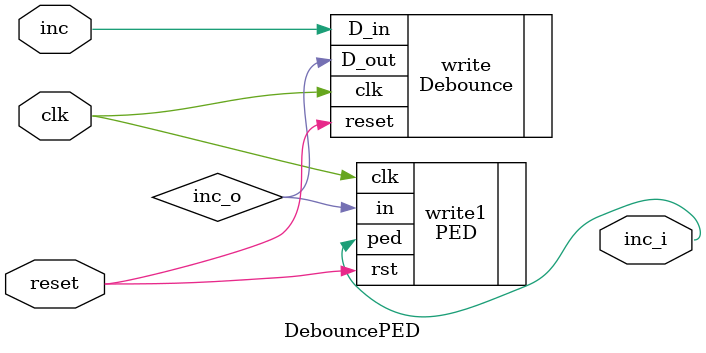
<source format=v>
`timescale 1ns / 1ps


module DebouncePED (input clk, 
                    input reset, 
                    input inc,
                    output inc_i);
    wire inc_o; 
    Debounce write(.clk(clk), .reset(reset), .D_in(inc),.D_out(inc_o));
    PED write1 (.clk(clk), .rst(reset), .in(inc_o), .ped(inc_i)  );
endmodule

</source>
